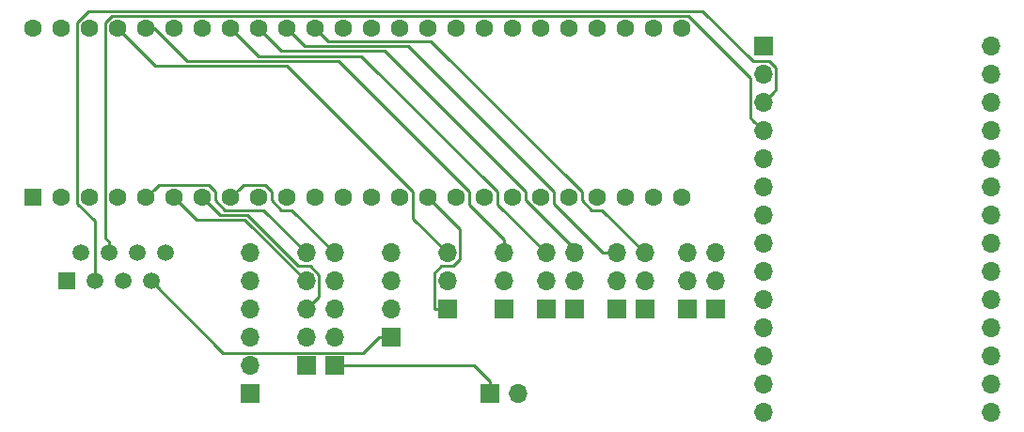
<source format=gbr>
G04 #@! TF.GenerationSoftware,KiCad,Pcbnew,(5.1.2)-2*
G04 #@! TF.CreationDate,2019-09-03T22:12:58-05:00*
G04 #@! TF.ProjectId,ControlBoard_Rev1,436f6e74-726f-46c4-926f-6172645f5265,rev?*
G04 #@! TF.SameCoordinates,Original*
G04 #@! TF.FileFunction,Copper,L2,Bot*
G04 #@! TF.FilePolarity,Positive*
%FSLAX46Y46*%
G04 Gerber Fmt 4.6, Leading zero omitted, Abs format (unit mm)*
G04 Created by KiCad (PCBNEW (5.1.2)-2) date 2019-09-03 22:12:58*
%MOMM*%
%LPD*%
G04 APERTURE LIST*
%ADD10R,1.700000X1.700000*%
%ADD11O,1.700000X1.700000*%
%ADD12R,1.500000X1.500000*%
%ADD13C,1.500000*%
%ADD14C,1.600000*%
%ADD15R,1.600000X1.600000*%
%ADD16C,0.250000*%
G04 APERTURE END LIST*
D10*
X180848000Y-77851000D03*
D11*
X201348000Y-77851000D03*
X180848000Y-80391000D03*
X201348000Y-80391000D03*
X180848000Y-82931000D03*
X201348000Y-82931000D03*
X180848000Y-85471000D03*
X201348000Y-85471000D03*
X180848000Y-88011000D03*
X201348000Y-88011000D03*
X180848000Y-90551000D03*
X201348000Y-90551000D03*
X180848000Y-93091000D03*
X201348000Y-93091000D03*
X180848000Y-95631000D03*
X201348000Y-95631000D03*
X180848000Y-98171000D03*
X201348000Y-98171000D03*
X180848000Y-100711000D03*
X201348000Y-100711000D03*
X180848000Y-103251000D03*
X201348000Y-103251000D03*
X180848000Y-105791000D03*
X201348000Y-105791000D03*
X180848000Y-108331000D03*
X201348000Y-108331000D03*
X180848000Y-110871000D03*
X201348000Y-110871000D03*
D12*
X118110000Y-99060000D03*
D13*
X119380000Y-96520000D03*
X120650000Y-99060000D03*
X121920000Y-96520000D03*
X123190000Y-99060000D03*
X124460000Y-96520000D03*
X125730000Y-99060000D03*
X127000000Y-96520000D03*
D11*
X173990000Y-96520000D03*
X176530000Y-96520000D03*
X173990000Y-99060000D03*
X176530000Y-99060000D03*
D10*
X173990000Y-101600000D03*
X176530000Y-101600000D03*
D11*
X167640000Y-96520000D03*
X170180000Y-96520000D03*
X167640000Y-99060000D03*
X170180000Y-99060000D03*
D10*
X167640000Y-101600000D03*
X170180000Y-101600000D03*
X163830000Y-101600000D03*
X161290000Y-101600000D03*
D11*
X163830000Y-99060000D03*
X161290000Y-99060000D03*
X163830000Y-96520000D03*
X161290000Y-96520000D03*
X157480000Y-96520000D03*
X157480000Y-99060000D03*
D10*
X157480000Y-101600000D03*
X152400000Y-101600000D03*
D11*
X152400000Y-99060000D03*
X152400000Y-96520000D03*
D10*
X147320000Y-104140000D03*
D11*
X147320000Y-101600000D03*
X147320000Y-99060000D03*
X147320000Y-96520000D03*
D10*
X142240000Y-106680000D03*
X139700000Y-106680000D03*
D11*
X142240000Y-104140000D03*
X139700000Y-104140000D03*
X142240000Y-101600000D03*
X139700000Y-101600000D03*
X142240000Y-99060000D03*
X139700000Y-99060000D03*
X142240000Y-96520000D03*
X139700000Y-96520000D03*
D10*
X134620000Y-109220000D03*
D11*
X134620000Y-106680000D03*
X134620000Y-104140000D03*
X134620000Y-101600000D03*
X134620000Y-99060000D03*
X134620000Y-96520000D03*
D10*
X156210000Y-109220000D03*
D11*
X158750000Y-109220000D03*
D14*
X155777001Y-91515001D03*
X158317001Y-91515001D03*
X160857001Y-91515001D03*
X163397001Y-91515001D03*
X153237001Y-91515001D03*
X150697001Y-91515001D03*
X148157001Y-91515001D03*
X165937001Y-91515001D03*
X168477001Y-91515001D03*
X171017001Y-91515001D03*
X173557001Y-91515001D03*
X173557001Y-76275001D03*
X171017001Y-76275001D03*
X168477001Y-76275001D03*
X165937001Y-76275001D03*
X163397001Y-76275001D03*
X160857001Y-76275001D03*
X158317001Y-76275001D03*
X155777001Y-76275001D03*
X145617001Y-91515001D03*
X143077001Y-91515001D03*
X140537001Y-91515001D03*
X137997001Y-91515001D03*
X135457001Y-91515001D03*
X132917001Y-91515001D03*
X130377001Y-91515001D03*
X127837001Y-91515001D03*
X125297001Y-91515001D03*
X122757001Y-91515001D03*
X120217001Y-91515001D03*
X117677001Y-91515001D03*
D15*
X115137001Y-91515001D03*
D14*
X153237001Y-76275001D03*
X150697001Y-76275001D03*
X148157001Y-76275001D03*
X145617001Y-76275001D03*
X143077001Y-76275001D03*
X140537001Y-76275001D03*
X137997001Y-76275001D03*
X135457001Y-76275001D03*
X132917001Y-76275001D03*
X130377001Y-76275001D03*
X127837001Y-76275001D03*
X125297001Y-76275001D03*
X122757001Y-76275001D03*
X120217001Y-76275001D03*
X117677001Y-76275001D03*
X115137001Y-76275001D03*
D16*
X123557000Y-77075000D02*
X122757001Y-76275001D01*
X126132052Y-79650052D02*
X123557000Y-77075000D01*
X137957054Y-79650052D02*
X126132052Y-79650052D01*
X149282002Y-90975000D02*
X137957054Y-79650052D01*
X149282002Y-93402002D02*
X149282002Y-90975000D01*
X152400000Y-96520000D02*
X149282002Y-93402002D01*
X157480000Y-95317919D02*
X154362002Y-92199921D01*
X157480000Y-96520000D02*
X157480000Y-95317919D01*
X126059001Y-76275001D02*
X125297001Y-76275001D01*
X154362002Y-92199921D02*
X154362002Y-90975000D01*
X154362002Y-90975000D02*
X142587044Y-79200042D01*
X142587044Y-79200042D02*
X128984042Y-79200042D01*
X128984042Y-79200042D02*
X126059001Y-76275001D01*
X133717000Y-77075000D02*
X132917001Y-76275001D01*
X135392032Y-78750032D02*
X133717000Y-77075000D01*
X144677034Y-78750032D02*
X135392032Y-78750032D01*
X156902002Y-90975000D02*
X144677034Y-78750032D01*
X156902002Y-92132002D02*
X156902002Y-90975000D01*
X161290000Y-96520000D02*
X156902002Y-92132002D01*
X138797000Y-77075000D02*
X137997001Y-76275001D01*
X139572012Y-77850012D02*
X138797000Y-77075000D01*
X148857014Y-77850012D02*
X139572012Y-77850012D01*
X161982002Y-92064083D02*
X161982002Y-90975000D01*
X161982002Y-90975000D02*
X148857014Y-77850012D01*
X166437919Y-96520000D02*
X161982002Y-92064083D01*
X167640000Y-96520000D02*
X166437919Y-96520000D01*
X136257000Y-77075000D02*
X135457001Y-76275001D01*
X137482022Y-78300022D02*
X136257000Y-77075000D01*
X146767024Y-78300022D02*
X137482022Y-78300022D01*
X159442002Y-90975000D02*
X146767024Y-78300022D01*
X159442002Y-91765004D02*
X159442002Y-90975000D01*
X163830000Y-96153002D02*
X159442002Y-91765004D01*
X163830000Y-96520000D02*
X163830000Y-96153002D01*
X150947004Y-77400002D02*
X141662002Y-77400002D01*
X164522002Y-90975000D02*
X150947004Y-77400002D01*
X164522002Y-91765004D02*
X164522002Y-90975000D01*
X141337000Y-77075000D02*
X140537001Y-76275001D01*
X165397000Y-92640002D02*
X164522002Y-91765004D01*
X166300002Y-92640002D02*
X165397000Y-92640002D01*
X141662002Y-77400002D02*
X141337000Y-77075000D01*
X170180000Y-96520000D02*
X166300002Y-92640002D01*
X131177000Y-92315000D02*
X130377001Y-91515001D01*
X131952012Y-93090012D02*
X131177000Y-92315000D01*
X134366422Y-93090012D02*
X131952012Y-93090012D01*
X138971411Y-97695001D02*
X134366422Y-93090012D01*
X140074003Y-97695001D02*
X138971411Y-97695001D01*
X140875001Y-98495999D02*
X140074003Y-97695001D01*
X140875001Y-100424999D02*
X140875001Y-98495999D01*
X139700000Y-101600000D02*
X140875001Y-100424999D01*
X128637000Y-92315000D02*
X127837001Y-91515001D01*
X129862022Y-93540022D02*
X128637000Y-92315000D01*
X134180022Y-93540022D02*
X129862022Y-93540022D01*
X139700000Y-99060000D02*
X134180022Y-93540022D01*
X133717000Y-90715002D02*
X132917001Y-91515001D01*
X134042002Y-90390000D02*
X133717000Y-90715002D01*
X135997002Y-90390000D02*
X134042002Y-90390000D01*
X136582002Y-90975000D02*
X135997002Y-90390000D01*
X136582002Y-91765004D02*
X136582002Y-90975000D01*
X137457000Y-92640002D02*
X136582002Y-91765004D01*
X138360002Y-92640002D02*
X137457000Y-92640002D01*
X142240000Y-96520000D02*
X138360002Y-92640002D01*
X126097000Y-90715002D02*
X125297001Y-91515001D01*
X126422002Y-90390000D02*
X126097000Y-90715002D01*
X131502002Y-90975000D02*
X130917002Y-90390000D01*
X130917002Y-90390000D02*
X126422002Y-90390000D01*
X131502002Y-91765004D02*
X131502002Y-90975000D01*
X132377000Y-92640002D02*
X131502002Y-91765004D01*
X135820002Y-92640002D02*
X132377000Y-92640002D01*
X139700000Y-96520000D02*
X135820002Y-92640002D01*
X156210000Y-108120000D02*
X156210000Y-109220000D01*
X154770000Y-106680000D02*
X156210000Y-108120000D01*
X142240000Y-106680000D02*
X154770000Y-106680000D01*
X146220000Y-104140000D02*
X147320000Y-104140000D01*
X144855001Y-105504999D02*
X146220000Y-104140000D01*
X132174999Y-105504999D02*
X144855001Y-105504999D01*
X125730000Y-99060000D02*
X132174999Y-105504999D01*
X151497000Y-92315000D02*
X150697001Y-91515001D01*
X153575001Y-94393001D02*
X151497000Y-92315000D01*
X153575001Y-97084001D02*
X153575001Y-94393001D01*
X152964001Y-97695001D02*
X153575001Y-97084001D01*
X151835999Y-97695001D02*
X152964001Y-97695001D01*
X151224999Y-98306001D02*
X151835999Y-97695001D01*
X151224999Y-101524999D02*
X151224999Y-98306001D01*
X151300000Y-101600000D02*
X151224999Y-101524999D01*
X152400000Y-101600000D02*
X151300000Y-101600000D01*
X181697999Y-82081001D02*
X180848000Y-82931000D01*
X182023001Y-79826999D02*
X182023001Y-81755999D01*
X181412001Y-79215999D02*
X182023001Y-79826999D01*
X179927997Y-79215999D02*
X181412001Y-79215999D01*
X175411988Y-74699990D02*
X179927997Y-79215999D01*
X120127010Y-74699990D02*
X175411988Y-74699990D01*
X119092000Y-75735000D02*
X120127010Y-74699990D01*
X182023001Y-81755999D02*
X181697999Y-82081001D01*
X119092000Y-92055002D02*
X119092000Y-75735000D01*
X120650000Y-93613002D02*
X119092000Y-92055002D01*
X120650000Y-99060000D02*
X120650000Y-93613002D01*
X179998001Y-84621001D02*
X180848000Y-85471000D01*
X179672999Y-84295999D02*
X179998001Y-84621001D01*
X179672999Y-80725997D02*
X179672999Y-84295999D01*
X174097002Y-75150000D02*
X179672999Y-80725997D01*
X122217000Y-75150000D02*
X174097002Y-75150000D01*
X121632000Y-75735000D02*
X122217000Y-75150000D01*
X121632000Y-95171340D02*
X121632000Y-75735000D01*
X121920000Y-95459340D02*
X121632000Y-95171340D01*
X121920000Y-96520000D02*
X121920000Y-95459340D01*
M02*

</source>
